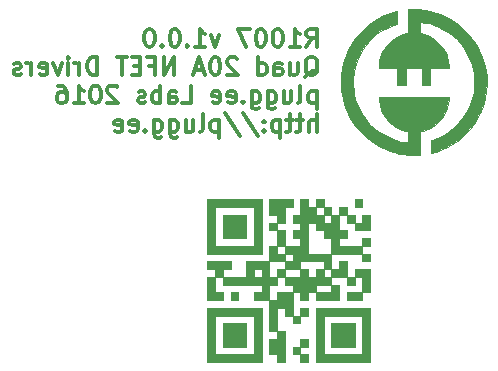
<source format=gbr>
G04 #@! TF.FileFunction,Legend,Bot*
%FSLAX46Y46*%
G04 Gerber Fmt 4.6, Leading zero omitted, Abs format (unit mm)*
G04 Created by KiCad (PCBNEW 4.0.2+e4-6225~38~ubuntu14.04.1-stable) date Fri 29 Jul 2016 12:50:15 AM PDT*
%MOMM*%
G01*
G04 APERTURE LIST*
%ADD10C,0.100000*%
%ADD11C,0.300000*%
%ADD12C,0.010000*%
G04 APERTURE END LIST*
D10*
D11*
X143485714Y-77878571D02*
X143985714Y-77164286D01*
X144342857Y-77878571D02*
X144342857Y-76378571D01*
X143771429Y-76378571D01*
X143628571Y-76450000D01*
X143557143Y-76521429D01*
X143485714Y-76664286D01*
X143485714Y-76878571D01*
X143557143Y-77021429D01*
X143628571Y-77092857D01*
X143771429Y-77164286D01*
X144342857Y-77164286D01*
X142057143Y-77878571D02*
X142914286Y-77878571D01*
X142485714Y-77878571D02*
X142485714Y-76378571D01*
X142628571Y-76592857D01*
X142771429Y-76735714D01*
X142914286Y-76807143D01*
X141128572Y-76378571D02*
X140985715Y-76378571D01*
X140842858Y-76450000D01*
X140771429Y-76521429D01*
X140700000Y-76664286D01*
X140628572Y-76950000D01*
X140628572Y-77307143D01*
X140700000Y-77592857D01*
X140771429Y-77735714D01*
X140842858Y-77807143D01*
X140985715Y-77878571D01*
X141128572Y-77878571D01*
X141271429Y-77807143D01*
X141342858Y-77735714D01*
X141414286Y-77592857D01*
X141485715Y-77307143D01*
X141485715Y-76950000D01*
X141414286Y-76664286D01*
X141342858Y-76521429D01*
X141271429Y-76450000D01*
X141128572Y-76378571D01*
X139700001Y-76378571D02*
X139557144Y-76378571D01*
X139414287Y-76450000D01*
X139342858Y-76521429D01*
X139271429Y-76664286D01*
X139200001Y-76950000D01*
X139200001Y-77307143D01*
X139271429Y-77592857D01*
X139342858Y-77735714D01*
X139414287Y-77807143D01*
X139557144Y-77878571D01*
X139700001Y-77878571D01*
X139842858Y-77807143D01*
X139914287Y-77735714D01*
X139985715Y-77592857D01*
X140057144Y-77307143D01*
X140057144Y-76950000D01*
X139985715Y-76664286D01*
X139914287Y-76521429D01*
X139842858Y-76450000D01*
X139700001Y-76378571D01*
X138700001Y-76378571D02*
X137700001Y-76378571D01*
X138342858Y-77878571D01*
X136128573Y-76878571D02*
X135771430Y-77878571D01*
X135414288Y-76878571D01*
X134057145Y-77878571D02*
X134914288Y-77878571D01*
X134485716Y-77878571D02*
X134485716Y-76378571D01*
X134628573Y-76592857D01*
X134771431Y-76735714D01*
X134914288Y-76807143D01*
X133414288Y-77735714D02*
X133342860Y-77807143D01*
X133414288Y-77878571D01*
X133485717Y-77807143D01*
X133414288Y-77735714D01*
X133414288Y-77878571D01*
X132414288Y-76378571D02*
X132271431Y-76378571D01*
X132128574Y-76450000D01*
X132057145Y-76521429D01*
X131985716Y-76664286D01*
X131914288Y-76950000D01*
X131914288Y-77307143D01*
X131985716Y-77592857D01*
X132057145Y-77735714D01*
X132128574Y-77807143D01*
X132271431Y-77878571D01*
X132414288Y-77878571D01*
X132557145Y-77807143D01*
X132628574Y-77735714D01*
X132700002Y-77592857D01*
X132771431Y-77307143D01*
X132771431Y-76950000D01*
X132700002Y-76664286D01*
X132628574Y-76521429D01*
X132557145Y-76450000D01*
X132414288Y-76378571D01*
X131271431Y-77735714D02*
X131200003Y-77807143D01*
X131271431Y-77878571D01*
X131342860Y-77807143D01*
X131271431Y-77735714D01*
X131271431Y-77878571D01*
X130271431Y-76378571D02*
X130128574Y-76378571D01*
X129985717Y-76450000D01*
X129914288Y-76521429D01*
X129842859Y-76664286D01*
X129771431Y-76950000D01*
X129771431Y-77307143D01*
X129842859Y-77592857D01*
X129914288Y-77735714D01*
X129985717Y-77807143D01*
X130128574Y-77878571D01*
X130271431Y-77878571D01*
X130414288Y-77807143D01*
X130485717Y-77735714D01*
X130557145Y-77592857D01*
X130628574Y-77307143D01*
X130628574Y-76950000D01*
X130557145Y-76664286D01*
X130485717Y-76521429D01*
X130414288Y-76450000D01*
X130271431Y-76378571D01*
X143342857Y-80421429D02*
X143485714Y-80350000D01*
X143628571Y-80207143D01*
X143842857Y-79992857D01*
X143985714Y-79921429D01*
X144128571Y-79921429D01*
X144057143Y-80278571D02*
X144200000Y-80207143D01*
X144342857Y-80064286D01*
X144414286Y-79778571D01*
X144414286Y-79278571D01*
X144342857Y-78992857D01*
X144200000Y-78850000D01*
X144057143Y-78778571D01*
X143771429Y-78778571D01*
X143628571Y-78850000D01*
X143485714Y-78992857D01*
X143414286Y-79278571D01*
X143414286Y-79778571D01*
X143485714Y-80064286D01*
X143628571Y-80207143D01*
X143771429Y-80278571D01*
X144057143Y-80278571D01*
X142128571Y-79278571D02*
X142128571Y-80278571D01*
X142771428Y-79278571D02*
X142771428Y-80064286D01*
X142700000Y-80207143D01*
X142557142Y-80278571D01*
X142342857Y-80278571D01*
X142200000Y-80207143D01*
X142128571Y-80135714D01*
X140771428Y-80278571D02*
X140771428Y-79492857D01*
X140842857Y-79350000D01*
X140985714Y-79278571D01*
X141271428Y-79278571D01*
X141414285Y-79350000D01*
X140771428Y-80207143D02*
X140914285Y-80278571D01*
X141271428Y-80278571D01*
X141414285Y-80207143D01*
X141485714Y-80064286D01*
X141485714Y-79921429D01*
X141414285Y-79778571D01*
X141271428Y-79707143D01*
X140914285Y-79707143D01*
X140771428Y-79635714D01*
X139414285Y-80278571D02*
X139414285Y-78778571D01*
X139414285Y-80207143D02*
X139557142Y-80278571D01*
X139842856Y-80278571D01*
X139985714Y-80207143D01*
X140057142Y-80135714D01*
X140128571Y-79992857D01*
X140128571Y-79564286D01*
X140057142Y-79421429D01*
X139985714Y-79350000D01*
X139842856Y-79278571D01*
X139557142Y-79278571D01*
X139414285Y-79350000D01*
X137628571Y-78921429D02*
X137557142Y-78850000D01*
X137414285Y-78778571D01*
X137057142Y-78778571D01*
X136914285Y-78850000D01*
X136842856Y-78921429D01*
X136771428Y-79064286D01*
X136771428Y-79207143D01*
X136842856Y-79421429D01*
X137699999Y-80278571D01*
X136771428Y-80278571D01*
X135842857Y-78778571D02*
X135700000Y-78778571D01*
X135557143Y-78850000D01*
X135485714Y-78921429D01*
X135414285Y-79064286D01*
X135342857Y-79350000D01*
X135342857Y-79707143D01*
X135414285Y-79992857D01*
X135485714Y-80135714D01*
X135557143Y-80207143D01*
X135700000Y-80278571D01*
X135842857Y-80278571D01*
X135985714Y-80207143D01*
X136057143Y-80135714D01*
X136128571Y-79992857D01*
X136200000Y-79707143D01*
X136200000Y-79350000D01*
X136128571Y-79064286D01*
X136057143Y-78921429D01*
X135985714Y-78850000D01*
X135842857Y-78778571D01*
X134771429Y-79850000D02*
X134057143Y-79850000D01*
X134914286Y-80278571D02*
X134414286Y-78778571D01*
X133914286Y-80278571D01*
X132271429Y-80278571D02*
X132271429Y-78778571D01*
X131414286Y-80278571D01*
X131414286Y-78778571D01*
X130200000Y-79492857D02*
X130700000Y-79492857D01*
X130700000Y-80278571D02*
X130700000Y-78778571D01*
X129985714Y-78778571D01*
X129414286Y-79492857D02*
X128914286Y-79492857D01*
X128700000Y-80278571D02*
X129414286Y-80278571D01*
X129414286Y-78778571D01*
X128700000Y-78778571D01*
X128271429Y-78778571D02*
X127414286Y-78778571D01*
X127842857Y-80278571D02*
X127842857Y-78778571D01*
X125771429Y-80278571D02*
X125771429Y-78778571D01*
X125414286Y-78778571D01*
X125200001Y-78850000D01*
X125057143Y-78992857D01*
X124985715Y-79135714D01*
X124914286Y-79421429D01*
X124914286Y-79635714D01*
X124985715Y-79921429D01*
X125057143Y-80064286D01*
X125200001Y-80207143D01*
X125414286Y-80278571D01*
X125771429Y-80278571D01*
X124271429Y-80278571D02*
X124271429Y-79278571D01*
X124271429Y-79564286D02*
X124200001Y-79421429D01*
X124128572Y-79350000D01*
X123985715Y-79278571D01*
X123842858Y-79278571D01*
X123342858Y-80278571D02*
X123342858Y-79278571D01*
X123342858Y-78778571D02*
X123414287Y-78850000D01*
X123342858Y-78921429D01*
X123271430Y-78850000D01*
X123342858Y-78778571D01*
X123342858Y-78921429D01*
X122771429Y-79278571D02*
X122414286Y-80278571D01*
X122057144Y-79278571D01*
X120914287Y-80207143D02*
X121057144Y-80278571D01*
X121342858Y-80278571D01*
X121485715Y-80207143D01*
X121557144Y-80064286D01*
X121557144Y-79492857D01*
X121485715Y-79350000D01*
X121342858Y-79278571D01*
X121057144Y-79278571D01*
X120914287Y-79350000D01*
X120842858Y-79492857D01*
X120842858Y-79635714D01*
X121557144Y-79778571D01*
X120200001Y-80278571D02*
X120200001Y-79278571D01*
X120200001Y-79564286D02*
X120128573Y-79421429D01*
X120057144Y-79350000D01*
X119914287Y-79278571D01*
X119771430Y-79278571D01*
X119342859Y-80207143D02*
X119200002Y-80278571D01*
X118914287Y-80278571D01*
X118771430Y-80207143D01*
X118700002Y-80064286D01*
X118700002Y-79992857D01*
X118771430Y-79850000D01*
X118914287Y-79778571D01*
X119128573Y-79778571D01*
X119271430Y-79707143D01*
X119342859Y-79564286D01*
X119342859Y-79492857D01*
X119271430Y-79350000D01*
X119128573Y-79278571D01*
X118914287Y-79278571D01*
X118771430Y-79350000D01*
X144342857Y-81678571D02*
X144342857Y-83178571D01*
X144342857Y-81750000D02*
X144200000Y-81678571D01*
X143914286Y-81678571D01*
X143771429Y-81750000D01*
X143700000Y-81821429D01*
X143628571Y-81964286D01*
X143628571Y-82392857D01*
X143700000Y-82535714D01*
X143771429Y-82607143D01*
X143914286Y-82678571D01*
X144200000Y-82678571D01*
X144342857Y-82607143D01*
X142771428Y-82678571D02*
X142914286Y-82607143D01*
X142985714Y-82464286D01*
X142985714Y-81178571D01*
X141557143Y-81678571D02*
X141557143Y-82678571D01*
X142200000Y-81678571D02*
X142200000Y-82464286D01*
X142128572Y-82607143D01*
X141985714Y-82678571D01*
X141771429Y-82678571D01*
X141628572Y-82607143D01*
X141557143Y-82535714D01*
X140200000Y-81678571D02*
X140200000Y-82892857D01*
X140271429Y-83035714D01*
X140342857Y-83107143D01*
X140485714Y-83178571D01*
X140700000Y-83178571D01*
X140842857Y-83107143D01*
X140200000Y-82607143D02*
X140342857Y-82678571D01*
X140628571Y-82678571D01*
X140771429Y-82607143D01*
X140842857Y-82535714D01*
X140914286Y-82392857D01*
X140914286Y-81964286D01*
X140842857Y-81821429D01*
X140771429Y-81750000D01*
X140628571Y-81678571D01*
X140342857Y-81678571D01*
X140200000Y-81750000D01*
X138842857Y-81678571D02*
X138842857Y-82892857D01*
X138914286Y-83035714D01*
X138985714Y-83107143D01*
X139128571Y-83178571D01*
X139342857Y-83178571D01*
X139485714Y-83107143D01*
X138842857Y-82607143D02*
X138985714Y-82678571D01*
X139271428Y-82678571D01*
X139414286Y-82607143D01*
X139485714Y-82535714D01*
X139557143Y-82392857D01*
X139557143Y-81964286D01*
X139485714Y-81821429D01*
X139414286Y-81750000D01*
X139271428Y-81678571D01*
X138985714Y-81678571D01*
X138842857Y-81750000D01*
X138128571Y-82535714D02*
X138057143Y-82607143D01*
X138128571Y-82678571D01*
X138200000Y-82607143D01*
X138128571Y-82535714D01*
X138128571Y-82678571D01*
X136842857Y-82607143D02*
X136985714Y-82678571D01*
X137271428Y-82678571D01*
X137414285Y-82607143D01*
X137485714Y-82464286D01*
X137485714Y-81892857D01*
X137414285Y-81750000D01*
X137271428Y-81678571D01*
X136985714Y-81678571D01*
X136842857Y-81750000D01*
X136771428Y-81892857D01*
X136771428Y-82035714D01*
X137485714Y-82178571D01*
X135557143Y-82607143D02*
X135700000Y-82678571D01*
X135985714Y-82678571D01*
X136128571Y-82607143D01*
X136200000Y-82464286D01*
X136200000Y-81892857D01*
X136128571Y-81750000D01*
X135985714Y-81678571D01*
X135700000Y-81678571D01*
X135557143Y-81750000D01*
X135485714Y-81892857D01*
X135485714Y-82035714D01*
X136200000Y-82178571D01*
X132985714Y-82678571D02*
X133700000Y-82678571D01*
X133700000Y-81178571D01*
X131842857Y-82678571D02*
X131842857Y-81892857D01*
X131914286Y-81750000D01*
X132057143Y-81678571D01*
X132342857Y-81678571D01*
X132485714Y-81750000D01*
X131842857Y-82607143D02*
X131985714Y-82678571D01*
X132342857Y-82678571D01*
X132485714Y-82607143D01*
X132557143Y-82464286D01*
X132557143Y-82321429D01*
X132485714Y-82178571D01*
X132342857Y-82107143D01*
X131985714Y-82107143D01*
X131842857Y-82035714D01*
X131128571Y-82678571D02*
X131128571Y-81178571D01*
X131128571Y-81750000D02*
X130985714Y-81678571D01*
X130700000Y-81678571D01*
X130557143Y-81750000D01*
X130485714Y-81821429D01*
X130414285Y-81964286D01*
X130414285Y-82392857D01*
X130485714Y-82535714D01*
X130557143Y-82607143D01*
X130700000Y-82678571D01*
X130985714Y-82678571D01*
X131128571Y-82607143D01*
X129842857Y-82607143D02*
X129700000Y-82678571D01*
X129414285Y-82678571D01*
X129271428Y-82607143D01*
X129200000Y-82464286D01*
X129200000Y-82392857D01*
X129271428Y-82250000D01*
X129414285Y-82178571D01*
X129628571Y-82178571D01*
X129771428Y-82107143D01*
X129842857Y-81964286D01*
X129842857Y-81892857D01*
X129771428Y-81750000D01*
X129628571Y-81678571D01*
X129414285Y-81678571D01*
X129271428Y-81750000D01*
X127485714Y-81321429D02*
X127414285Y-81250000D01*
X127271428Y-81178571D01*
X126914285Y-81178571D01*
X126771428Y-81250000D01*
X126699999Y-81321429D01*
X126628571Y-81464286D01*
X126628571Y-81607143D01*
X126699999Y-81821429D01*
X127557142Y-82678571D01*
X126628571Y-82678571D01*
X125700000Y-81178571D02*
X125557143Y-81178571D01*
X125414286Y-81250000D01*
X125342857Y-81321429D01*
X125271428Y-81464286D01*
X125200000Y-81750000D01*
X125200000Y-82107143D01*
X125271428Y-82392857D01*
X125342857Y-82535714D01*
X125414286Y-82607143D01*
X125557143Y-82678571D01*
X125700000Y-82678571D01*
X125842857Y-82607143D01*
X125914286Y-82535714D01*
X125985714Y-82392857D01*
X126057143Y-82107143D01*
X126057143Y-81750000D01*
X125985714Y-81464286D01*
X125914286Y-81321429D01*
X125842857Y-81250000D01*
X125700000Y-81178571D01*
X123771429Y-82678571D02*
X124628572Y-82678571D01*
X124200000Y-82678571D02*
X124200000Y-81178571D01*
X124342857Y-81392857D01*
X124485715Y-81535714D01*
X124628572Y-81607143D01*
X122485715Y-81178571D02*
X122771429Y-81178571D01*
X122914286Y-81250000D01*
X122985715Y-81321429D01*
X123128572Y-81535714D01*
X123200001Y-81821429D01*
X123200001Y-82392857D01*
X123128572Y-82535714D01*
X123057144Y-82607143D01*
X122914286Y-82678571D01*
X122628572Y-82678571D01*
X122485715Y-82607143D01*
X122414286Y-82535714D01*
X122342858Y-82392857D01*
X122342858Y-82035714D01*
X122414286Y-81892857D01*
X122485715Y-81821429D01*
X122628572Y-81750000D01*
X122914286Y-81750000D01*
X123057144Y-81821429D01*
X123128572Y-81892857D01*
X123200001Y-82035714D01*
X144342857Y-85078571D02*
X144342857Y-83578571D01*
X143700000Y-85078571D02*
X143700000Y-84292857D01*
X143771429Y-84150000D01*
X143914286Y-84078571D01*
X144128571Y-84078571D01*
X144271429Y-84150000D01*
X144342857Y-84221429D01*
X143200000Y-84078571D02*
X142628571Y-84078571D01*
X142985714Y-83578571D02*
X142985714Y-84864286D01*
X142914286Y-85007143D01*
X142771428Y-85078571D01*
X142628571Y-85078571D01*
X142342857Y-84078571D02*
X141771428Y-84078571D01*
X142128571Y-83578571D02*
X142128571Y-84864286D01*
X142057143Y-85007143D01*
X141914285Y-85078571D01*
X141771428Y-85078571D01*
X141271428Y-84078571D02*
X141271428Y-85578571D01*
X141271428Y-84150000D02*
X141128571Y-84078571D01*
X140842857Y-84078571D01*
X140700000Y-84150000D01*
X140628571Y-84221429D01*
X140557142Y-84364286D01*
X140557142Y-84792857D01*
X140628571Y-84935714D01*
X140700000Y-85007143D01*
X140842857Y-85078571D01*
X141128571Y-85078571D01*
X141271428Y-85007143D01*
X139914285Y-84935714D02*
X139842857Y-85007143D01*
X139914285Y-85078571D01*
X139985714Y-85007143D01*
X139914285Y-84935714D01*
X139914285Y-85078571D01*
X139914285Y-84150000D02*
X139842857Y-84221429D01*
X139914285Y-84292857D01*
X139985714Y-84221429D01*
X139914285Y-84150000D01*
X139914285Y-84292857D01*
X138128571Y-83507143D02*
X139414285Y-85435714D01*
X136557142Y-83507143D02*
X137842856Y-85435714D01*
X136057141Y-84078571D02*
X136057141Y-85578571D01*
X136057141Y-84150000D02*
X135914284Y-84078571D01*
X135628570Y-84078571D01*
X135485713Y-84150000D01*
X135414284Y-84221429D01*
X135342855Y-84364286D01*
X135342855Y-84792857D01*
X135414284Y-84935714D01*
X135485713Y-85007143D01*
X135628570Y-85078571D01*
X135914284Y-85078571D01*
X136057141Y-85007143D01*
X134485712Y-85078571D02*
X134628570Y-85007143D01*
X134699998Y-84864286D01*
X134699998Y-83578571D01*
X133271427Y-84078571D02*
X133271427Y-85078571D01*
X133914284Y-84078571D02*
X133914284Y-84864286D01*
X133842856Y-85007143D01*
X133699998Y-85078571D01*
X133485713Y-85078571D01*
X133342856Y-85007143D01*
X133271427Y-84935714D01*
X131914284Y-84078571D02*
X131914284Y-85292857D01*
X131985713Y-85435714D01*
X132057141Y-85507143D01*
X132199998Y-85578571D01*
X132414284Y-85578571D01*
X132557141Y-85507143D01*
X131914284Y-85007143D02*
X132057141Y-85078571D01*
X132342855Y-85078571D01*
X132485713Y-85007143D01*
X132557141Y-84935714D01*
X132628570Y-84792857D01*
X132628570Y-84364286D01*
X132557141Y-84221429D01*
X132485713Y-84150000D01*
X132342855Y-84078571D01*
X132057141Y-84078571D01*
X131914284Y-84150000D01*
X130557141Y-84078571D02*
X130557141Y-85292857D01*
X130628570Y-85435714D01*
X130699998Y-85507143D01*
X130842855Y-85578571D01*
X131057141Y-85578571D01*
X131199998Y-85507143D01*
X130557141Y-85007143D02*
X130699998Y-85078571D01*
X130985712Y-85078571D01*
X131128570Y-85007143D01*
X131199998Y-84935714D01*
X131271427Y-84792857D01*
X131271427Y-84364286D01*
X131199998Y-84221429D01*
X131128570Y-84150000D01*
X130985712Y-84078571D01*
X130699998Y-84078571D01*
X130557141Y-84150000D01*
X129842855Y-84935714D02*
X129771427Y-85007143D01*
X129842855Y-85078571D01*
X129914284Y-85007143D01*
X129842855Y-84935714D01*
X129842855Y-85078571D01*
X128557141Y-85007143D02*
X128699998Y-85078571D01*
X128985712Y-85078571D01*
X129128569Y-85007143D01*
X129199998Y-84864286D01*
X129199998Y-84292857D01*
X129128569Y-84150000D01*
X128985712Y-84078571D01*
X128699998Y-84078571D01*
X128557141Y-84150000D01*
X128485712Y-84292857D01*
X128485712Y-84435714D01*
X129199998Y-84578571D01*
X127271427Y-85007143D02*
X127414284Y-85078571D01*
X127699998Y-85078571D01*
X127842855Y-85007143D01*
X127914284Y-84864286D01*
X127914284Y-84292857D01*
X127842855Y-84150000D01*
X127699998Y-84078571D01*
X127414284Y-84078571D01*
X127271427Y-84150000D01*
X127199998Y-84292857D01*
X127199998Y-84435714D01*
X127914284Y-84578571D01*
D12*
G36*
X154113853Y-86869638D02*
X154275154Y-86828180D01*
X154477877Y-86763566D01*
X154704988Y-86682105D01*
X154939449Y-86590106D01*
X155164227Y-86493878D01*
X155302081Y-86429620D01*
X155853760Y-86126006D01*
X156366624Y-85771168D01*
X156837687Y-85368508D01*
X157263962Y-84921427D01*
X157642463Y-84433324D01*
X157970204Y-83907601D01*
X158244197Y-83347658D01*
X158423251Y-82875655D01*
X158593985Y-82265050D01*
X158701482Y-81655397D01*
X158747902Y-81050079D01*
X158735402Y-80452484D01*
X158666142Y-79865997D01*
X158542281Y-79294003D01*
X158365977Y-78739888D01*
X158139389Y-78207037D01*
X157864676Y-77698836D01*
X157543996Y-77218670D01*
X157179509Y-76769925D01*
X156773372Y-76355987D01*
X156327746Y-75980241D01*
X155844788Y-75646072D01*
X155326658Y-75356866D01*
X154775514Y-75116009D01*
X154193515Y-74926886D01*
X153582819Y-74792882D01*
X153238273Y-74744219D01*
X153085140Y-74730823D01*
X152892387Y-74719909D01*
X152685848Y-74712681D01*
X152509987Y-74710321D01*
X152076289Y-74710052D01*
X152076289Y-76739433D01*
X152002642Y-76739726D01*
X151914861Y-76753593D01*
X151783965Y-76790781D01*
X151625425Y-76845399D01*
X151454710Y-76911556D01*
X151287291Y-76983362D01*
X151138637Y-77054926D01*
X151057654Y-77099560D01*
X150869292Y-77228664D01*
X150665361Y-77397170D01*
X150463634Y-77588142D01*
X150281888Y-77784645D01*
X150137897Y-77969746D01*
X150126332Y-77986866D01*
X149911229Y-78367887D01*
X149755488Y-78775122D01*
X149658473Y-79210416D01*
X149633959Y-79414248D01*
X149612363Y-79652578D01*
X151192526Y-79652578D01*
X151192526Y-81158248D01*
X151912629Y-81158248D01*
X151912629Y-79652578D01*
X153254639Y-79652578D01*
X153254639Y-81158248D01*
X153942011Y-81158248D01*
X153942011Y-79652578D01*
X155545877Y-79652578D01*
X155545877Y-79542304D01*
X155536449Y-79408747D01*
X155510955Y-79234032D01*
X155473577Y-79039252D01*
X155428496Y-78845503D01*
X155379895Y-78673879D01*
X155364630Y-78628073D01*
X155206514Y-78266081D01*
X154991364Y-77925388D01*
X154732146Y-77617354D01*
X154415342Y-77324169D01*
X154073599Y-77084346D01*
X153713357Y-76901660D01*
X153341058Y-76779885D01*
X153279188Y-76765965D01*
X153090980Y-76726336D01*
X153090980Y-75759111D01*
X153180993Y-75773779D01*
X153551181Y-75840306D01*
X153872721Y-75912849D01*
X154162419Y-75996462D01*
X154437083Y-76096195D01*
X154713521Y-76217100D01*
X154809408Y-76263195D01*
X155323336Y-76550375D01*
X155793576Y-76885569D01*
X156218332Y-77266491D01*
X156595807Y-77690850D01*
X156924205Y-78156357D01*
X157201731Y-78660723D01*
X157426587Y-79201659D01*
X157596978Y-79776876D01*
X157610125Y-79832604D01*
X157640472Y-79987556D01*
X157663466Y-80162910D01*
X157680385Y-80372085D01*
X157692508Y-80628500D01*
X157695880Y-80732732D01*
X157701563Y-80967371D01*
X157702530Y-81153748D01*
X157697913Y-81308952D01*
X157686842Y-81450072D01*
X157668447Y-81594196D01*
X157644465Y-81743211D01*
X157515236Y-82309979D01*
X157326601Y-82851948D01*
X157081014Y-83365383D01*
X156780928Y-83846547D01*
X156428797Y-84291706D01*
X156027077Y-84697124D01*
X155578220Y-85059065D01*
X155374799Y-85198149D01*
X155106686Y-85359399D01*
X154817100Y-85511076D01*
X154528834Y-85642090D01*
X154264683Y-85741354D01*
X154245369Y-85747562D01*
X154008649Y-85822552D01*
X154007475Y-86891542D01*
X154113853Y-86869638D01*
X154113853Y-86869638D01*
G37*
X154113853Y-86869638D02*
X154275154Y-86828180D01*
X154477877Y-86763566D01*
X154704988Y-86682105D01*
X154939449Y-86590106D01*
X155164227Y-86493878D01*
X155302081Y-86429620D01*
X155853760Y-86126006D01*
X156366624Y-85771168D01*
X156837687Y-85368508D01*
X157263962Y-84921427D01*
X157642463Y-84433324D01*
X157970204Y-83907601D01*
X158244197Y-83347658D01*
X158423251Y-82875655D01*
X158593985Y-82265050D01*
X158701482Y-81655397D01*
X158747902Y-81050079D01*
X158735402Y-80452484D01*
X158666142Y-79865997D01*
X158542281Y-79294003D01*
X158365977Y-78739888D01*
X158139389Y-78207037D01*
X157864676Y-77698836D01*
X157543996Y-77218670D01*
X157179509Y-76769925D01*
X156773372Y-76355987D01*
X156327746Y-75980241D01*
X155844788Y-75646072D01*
X155326658Y-75356866D01*
X154775514Y-75116009D01*
X154193515Y-74926886D01*
X153582819Y-74792882D01*
X153238273Y-74744219D01*
X153085140Y-74730823D01*
X152892387Y-74719909D01*
X152685848Y-74712681D01*
X152509987Y-74710321D01*
X152076289Y-74710052D01*
X152076289Y-76739433D01*
X152002642Y-76739726D01*
X151914861Y-76753593D01*
X151783965Y-76790781D01*
X151625425Y-76845399D01*
X151454710Y-76911556D01*
X151287291Y-76983362D01*
X151138637Y-77054926D01*
X151057654Y-77099560D01*
X150869292Y-77228664D01*
X150665361Y-77397170D01*
X150463634Y-77588142D01*
X150281888Y-77784645D01*
X150137897Y-77969746D01*
X150126332Y-77986866D01*
X149911229Y-78367887D01*
X149755488Y-78775122D01*
X149658473Y-79210416D01*
X149633959Y-79414248D01*
X149612363Y-79652578D01*
X151192526Y-79652578D01*
X151192526Y-81158248D01*
X151912629Y-81158248D01*
X151912629Y-79652578D01*
X153254639Y-79652578D01*
X153254639Y-81158248D01*
X153942011Y-81158248D01*
X153942011Y-79652578D01*
X155545877Y-79652578D01*
X155545877Y-79542304D01*
X155536449Y-79408747D01*
X155510955Y-79234032D01*
X155473577Y-79039252D01*
X155428496Y-78845503D01*
X155379895Y-78673879D01*
X155364630Y-78628073D01*
X155206514Y-78266081D01*
X154991364Y-77925388D01*
X154732146Y-77617354D01*
X154415342Y-77324169D01*
X154073599Y-77084346D01*
X153713357Y-76901660D01*
X153341058Y-76779885D01*
X153279188Y-76765965D01*
X153090980Y-76726336D01*
X153090980Y-75759111D01*
X153180993Y-75773779D01*
X153551181Y-75840306D01*
X153872721Y-75912849D01*
X154162419Y-75996462D01*
X154437083Y-76096195D01*
X154713521Y-76217100D01*
X154809408Y-76263195D01*
X155323336Y-76550375D01*
X155793576Y-76885569D01*
X156218332Y-77266491D01*
X156595807Y-77690850D01*
X156924205Y-78156357D01*
X157201731Y-78660723D01*
X157426587Y-79201659D01*
X157596978Y-79776876D01*
X157610125Y-79832604D01*
X157640472Y-79987556D01*
X157663466Y-80162910D01*
X157680385Y-80372085D01*
X157692508Y-80628500D01*
X157695880Y-80732732D01*
X157701563Y-80967371D01*
X157702530Y-81153748D01*
X157697913Y-81308952D01*
X157686842Y-81450072D01*
X157668447Y-81594196D01*
X157644465Y-81743211D01*
X157515236Y-82309979D01*
X157326601Y-82851948D01*
X157081014Y-83365383D01*
X156780928Y-83846547D01*
X156428797Y-84291706D01*
X156027077Y-84697124D01*
X155578220Y-85059065D01*
X155374799Y-85198149D01*
X155106686Y-85359399D01*
X154817100Y-85511076D01*
X154528834Y-85642090D01*
X154264683Y-85741354D01*
X154245369Y-85747562D01*
X154008649Y-85822552D01*
X154007475Y-86891542D01*
X154113853Y-86869638D01*
G36*
X153098683Y-86052310D02*
X153107346Y-85045887D01*
X153342311Y-84986228D01*
X153744530Y-84851379D01*
X154117037Y-84661253D01*
X154455661Y-84420849D01*
X154756232Y-84135165D01*
X155014580Y-83809200D01*
X155226535Y-83447952D01*
X155387928Y-83056420D01*
X155494588Y-82639602D01*
X155532266Y-82361147D01*
X155554906Y-82107475D01*
X149612939Y-82107475D01*
X149636098Y-82372964D01*
X149704541Y-82799902D01*
X149830966Y-83205648D01*
X150011064Y-83585060D01*
X150240526Y-83932993D01*
X150515046Y-84244305D01*
X150830315Y-84513853D01*
X151182025Y-84736492D01*
X151565868Y-84907081D01*
X151824958Y-84986201D01*
X152059923Y-85045832D01*
X152068999Y-85527399D01*
X152078076Y-86008967D01*
X151905339Y-85986804D01*
X151500820Y-85913926D01*
X151077617Y-85799690D01*
X150660440Y-85651752D01*
X150292397Y-85487060D01*
X149787362Y-85197767D01*
X149323371Y-84858961D01*
X148903110Y-84474180D01*
X148529266Y-84046960D01*
X148204523Y-83580836D01*
X147931568Y-83079346D01*
X147713086Y-82546025D01*
X147551764Y-81984411D01*
X147520018Y-81836708D01*
X147474257Y-81532266D01*
X147448001Y-81187289D01*
X147441250Y-80823736D01*
X147454006Y-80463563D01*
X147486266Y-80128725D01*
X147520018Y-79923345D01*
X147666101Y-79355827D01*
X147870746Y-78813079D01*
X148131490Y-78299549D01*
X148445873Y-77819683D01*
X148811433Y-77377931D01*
X149074617Y-77113996D01*
X149388586Y-76849311D01*
X149743522Y-76598242D01*
X150121710Y-76371307D01*
X150505433Y-76179023D01*
X150876976Y-76031908D01*
X150922487Y-76016960D01*
X151159794Y-75940981D01*
X151159794Y-75407346D01*
X151159249Y-75205283D01*
X151156359Y-75060172D01*
X151149242Y-74963504D01*
X151136013Y-74906772D01*
X151114790Y-74881464D01*
X151083690Y-74879071D01*
X151045232Y-74889632D01*
X151002795Y-74903338D01*
X150911458Y-74932707D01*
X150784661Y-74973418D01*
X150636083Y-75021079D01*
X150054997Y-75240989D01*
X149505587Y-75516195D01*
X148990831Y-75843151D01*
X148513709Y-76218314D01*
X148077199Y-76638141D01*
X147684280Y-77099088D01*
X147337931Y-77597610D01*
X147041131Y-78130163D01*
X146796858Y-78693205D01*
X146608091Y-79283190D01*
X146477809Y-79896576D01*
X146464409Y-79984098D01*
X146437829Y-80229619D01*
X146421282Y-80519287D01*
X146414770Y-80832560D01*
X146418291Y-81148897D01*
X146431845Y-81447753D01*
X146455434Y-81708586D01*
X146464409Y-81775954D01*
X146586750Y-82394564D01*
X146768066Y-82988873D01*
X147005378Y-83555724D01*
X147295706Y-84091962D01*
X147636070Y-84594429D01*
X148023491Y-85059970D01*
X148454989Y-85485429D01*
X148927583Y-85867649D01*
X149438295Y-86203473D01*
X149984146Y-86489747D01*
X150562154Y-86723312D01*
X151169340Y-86901014D01*
X151338752Y-86939186D01*
X151499289Y-86970624D01*
X151652883Y-86994459D01*
X151814994Y-87012153D01*
X152001082Y-87025166D01*
X152226607Y-87034959D01*
X152411312Y-87040550D01*
X153090021Y-87058732D01*
X153098683Y-86052310D01*
X153098683Y-86052310D01*
G37*
X153098683Y-86052310D02*
X153107346Y-85045887D01*
X153342311Y-84986228D01*
X153744530Y-84851379D01*
X154117037Y-84661253D01*
X154455661Y-84420849D01*
X154756232Y-84135165D01*
X155014580Y-83809200D01*
X155226535Y-83447952D01*
X155387928Y-83056420D01*
X155494588Y-82639602D01*
X155532266Y-82361147D01*
X155554906Y-82107475D01*
X149612939Y-82107475D01*
X149636098Y-82372964D01*
X149704541Y-82799902D01*
X149830966Y-83205648D01*
X150011064Y-83585060D01*
X150240526Y-83932993D01*
X150515046Y-84244305D01*
X150830315Y-84513853D01*
X151182025Y-84736492D01*
X151565868Y-84907081D01*
X151824958Y-84986201D01*
X152059923Y-85045832D01*
X152068999Y-85527399D01*
X152078076Y-86008967D01*
X151905339Y-85986804D01*
X151500820Y-85913926D01*
X151077617Y-85799690D01*
X150660440Y-85651752D01*
X150292397Y-85487060D01*
X149787362Y-85197767D01*
X149323371Y-84858961D01*
X148903110Y-84474180D01*
X148529266Y-84046960D01*
X148204523Y-83580836D01*
X147931568Y-83079346D01*
X147713086Y-82546025D01*
X147551764Y-81984411D01*
X147520018Y-81836708D01*
X147474257Y-81532266D01*
X147448001Y-81187289D01*
X147441250Y-80823736D01*
X147454006Y-80463563D01*
X147486266Y-80128725D01*
X147520018Y-79923345D01*
X147666101Y-79355827D01*
X147870746Y-78813079D01*
X148131490Y-78299549D01*
X148445873Y-77819683D01*
X148811433Y-77377931D01*
X149074617Y-77113996D01*
X149388586Y-76849311D01*
X149743522Y-76598242D01*
X150121710Y-76371307D01*
X150505433Y-76179023D01*
X150876976Y-76031908D01*
X150922487Y-76016960D01*
X151159794Y-75940981D01*
X151159794Y-75407346D01*
X151159249Y-75205283D01*
X151156359Y-75060172D01*
X151149242Y-74963504D01*
X151136013Y-74906772D01*
X151114790Y-74881464D01*
X151083690Y-74879071D01*
X151045232Y-74889632D01*
X151002795Y-74903338D01*
X150911458Y-74932707D01*
X150784661Y-74973418D01*
X150636083Y-75021079D01*
X150054997Y-75240989D01*
X149505587Y-75516195D01*
X148990831Y-75843151D01*
X148513709Y-76218314D01*
X148077199Y-76638141D01*
X147684280Y-77099088D01*
X147337931Y-77597610D01*
X147041131Y-78130163D01*
X146796858Y-78693205D01*
X146608091Y-79283190D01*
X146477809Y-79896576D01*
X146464409Y-79984098D01*
X146437829Y-80229619D01*
X146421282Y-80519287D01*
X146414770Y-80832560D01*
X146418291Y-81148897D01*
X146431845Y-81447753D01*
X146455434Y-81708586D01*
X146464409Y-81775954D01*
X146586750Y-82394564D01*
X146768066Y-82988873D01*
X147005378Y-83555724D01*
X147295706Y-84091962D01*
X147636070Y-84594429D01*
X148023491Y-85059970D01*
X148454989Y-85485429D01*
X148927583Y-85867649D01*
X149438295Y-86203473D01*
X149984146Y-86489747D01*
X150562154Y-86723312D01*
X151169340Y-86901014D01*
X151338752Y-86939186D01*
X151499289Y-86970624D01*
X151652883Y-86994459D01*
X151814994Y-87012153D01*
X152001082Y-87025166D01*
X152226607Y-87034959D01*
X152411312Y-87040550D01*
X153090021Y-87058732D01*
X153098683Y-86052310D01*
G36*
X139702843Y-90808527D02*
X135108527Y-90808527D01*
X135108527Y-94746511D01*
X135764858Y-94746511D01*
X135764858Y-91464858D01*
X139046512Y-91464858D01*
X139046512Y-94746511D01*
X135764858Y-94746511D01*
X135108527Y-94746511D01*
X135108527Y-95402842D01*
X139702843Y-95402842D01*
X139702843Y-90808527D01*
X139702843Y-90808527D01*
G37*
X139702843Y-90808527D02*
X135108527Y-90808527D01*
X135108527Y-94746511D01*
X135764858Y-94746511D01*
X135764858Y-91464858D01*
X139046512Y-91464858D01*
X139046512Y-94746511D01*
X135764858Y-94746511D01*
X135108527Y-94746511D01*
X135108527Y-95402842D01*
X139702843Y-95402842D01*
X139702843Y-90808527D01*
G36*
X141671835Y-91464858D02*
X142328166Y-91464858D01*
X142328166Y-90808527D01*
X140359173Y-90808527D01*
X140359173Y-92121188D01*
X141015504Y-92121188D01*
X141015504Y-92777519D01*
X141671835Y-92777519D01*
X141671835Y-91464858D01*
X141671835Y-91464858D01*
G37*
X141671835Y-91464858D02*
X142328166Y-91464858D01*
X142328166Y-90808527D01*
X140359173Y-90808527D01*
X140359173Y-92121188D01*
X141015504Y-92121188D01*
X141015504Y-92777519D01*
X141671835Y-92777519D01*
X141671835Y-91464858D01*
G36*
X146922481Y-91464858D02*
X146266150Y-91464858D01*
X146266150Y-92121188D01*
X146922481Y-92121188D01*
X146922481Y-91464858D01*
X146922481Y-91464858D01*
G37*
X146922481Y-91464858D02*
X146266150Y-91464858D01*
X146266150Y-92121188D01*
X146922481Y-92121188D01*
X146922481Y-91464858D01*
G36*
X147578812Y-93433850D02*
X148891473Y-93433850D01*
X148891473Y-92121188D01*
X148235142Y-92121188D01*
X148235142Y-92777519D01*
X147578812Y-92777519D01*
X147578812Y-93433850D01*
X147578812Y-93433850D01*
G37*
X147578812Y-93433850D02*
X148891473Y-93433850D01*
X148891473Y-92121188D01*
X148235142Y-92121188D01*
X148235142Y-92777519D01*
X147578812Y-92777519D01*
X147578812Y-93433850D01*
G36*
X141015504Y-92777519D02*
X140359173Y-92777519D01*
X140359173Y-93433850D01*
X141015504Y-93433850D01*
X141015504Y-92777519D01*
X141015504Y-92777519D01*
G37*
X141015504Y-92777519D02*
X140359173Y-92777519D01*
X140359173Y-93433850D01*
X141015504Y-93433850D01*
X141015504Y-92777519D01*
G36*
X148891473Y-94090181D02*
X148235142Y-94090181D01*
X148235142Y-94746511D01*
X148891473Y-94746511D01*
X148891473Y-94090181D01*
X148891473Y-94090181D01*
G37*
X148891473Y-94090181D02*
X148235142Y-94090181D01*
X148235142Y-94746511D01*
X148891473Y-94746511D01*
X148891473Y-94090181D01*
G36*
X148891473Y-95402842D02*
X148235142Y-95402842D01*
X148235142Y-96059173D01*
X148891473Y-96059173D01*
X148891473Y-95402842D01*
X148891473Y-95402842D01*
G37*
X148891473Y-95402842D02*
X148235142Y-95402842D01*
X148235142Y-96059173D01*
X148891473Y-96059173D01*
X148891473Y-95402842D01*
G36*
X148891473Y-96715504D02*
X147578812Y-96715504D01*
X147578812Y-97371834D01*
X148235142Y-97371834D01*
X148235142Y-98684496D01*
X148891473Y-98684496D01*
X148891473Y-96715504D01*
X148891473Y-96715504D01*
G37*
X148891473Y-96715504D02*
X147578812Y-96715504D01*
X147578812Y-97371834D01*
X148235142Y-97371834D01*
X148235142Y-98684496D01*
X148891473Y-98684496D01*
X148891473Y-96715504D01*
G36*
X136421189Y-98684496D02*
X135764858Y-98684496D01*
X135764858Y-97371834D01*
X135108527Y-97371834D01*
X135108527Y-99340827D01*
X136421189Y-99340827D01*
X136421189Y-98684496D01*
X136421189Y-98684496D01*
G37*
X136421189Y-98684496D02*
X135764858Y-98684496D01*
X135764858Y-97371834D01*
X135108527Y-97371834D01*
X135108527Y-99340827D01*
X136421189Y-99340827D01*
X136421189Y-98684496D01*
G36*
X147578812Y-97371834D02*
X146922481Y-97371834D01*
X146922481Y-98028165D01*
X147578812Y-98028165D01*
X147578812Y-97371834D01*
X147578812Y-97371834D01*
G37*
X147578812Y-97371834D02*
X146922481Y-97371834D01*
X146922481Y-98028165D01*
X147578812Y-98028165D01*
X147578812Y-97371834D01*
G36*
X148235142Y-98684496D02*
X146922481Y-98684496D01*
X146922481Y-99340827D01*
X148235142Y-99340827D01*
X148235142Y-98684496D01*
X148235142Y-98684496D01*
G37*
X148235142Y-98684496D02*
X146922481Y-98684496D01*
X146922481Y-99340827D01*
X148235142Y-99340827D01*
X148235142Y-98684496D01*
G36*
X143640827Y-99997157D02*
X142984496Y-99997157D01*
X142984496Y-100653488D01*
X143640827Y-100653488D01*
X143640827Y-99997157D01*
X143640827Y-99997157D01*
G37*
X143640827Y-99997157D02*
X142984496Y-99997157D01*
X142984496Y-100653488D01*
X143640827Y-100653488D01*
X143640827Y-99997157D01*
G36*
X142984496Y-100653488D02*
X142328166Y-100653488D01*
X142328166Y-101309819D01*
X142984496Y-101309819D01*
X142984496Y-100653488D01*
X142984496Y-100653488D01*
G37*
X142984496Y-100653488D02*
X142328166Y-100653488D01*
X142328166Y-101309819D01*
X142984496Y-101309819D01*
X142984496Y-100653488D01*
G36*
X141671835Y-101966150D02*
X141015504Y-101966150D01*
X141015504Y-102622480D01*
X140359173Y-102622480D01*
X140359173Y-103935142D01*
X141015504Y-103935142D01*
X141015504Y-104591473D01*
X141671835Y-104591473D01*
X141671835Y-101966150D01*
X141671835Y-101966150D01*
G37*
X141671835Y-101966150D02*
X141015504Y-101966150D01*
X141015504Y-102622480D01*
X140359173Y-102622480D01*
X140359173Y-103935142D01*
X141015504Y-103935142D01*
X141015504Y-104591473D01*
X141671835Y-104591473D01*
X141671835Y-101966150D01*
G36*
X136421189Y-96715504D02*
X137077520Y-96715504D01*
X137077520Y-96059173D01*
X135108527Y-96059173D01*
X135108527Y-96715504D01*
X135764858Y-96715504D01*
X135764858Y-97371834D01*
X136421189Y-97371834D01*
X136421189Y-96715504D01*
X136421189Y-96715504D01*
G37*
X136421189Y-96715504D02*
X137077520Y-96715504D01*
X137077520Y-96059173D01*
X135108527Y-96059173D01*
X135108527Y-96715504D01*
X135764858Y-96715504D01*
X135764858Y-97371834D01*
X136421189Y-97371834D01*
X136421189Y-96715504D01*
G36*
X147578812Y-92121188D02*
X146922481Y-92121188D01*
X146922481Y-92777519D01*
X147578812Y-92777519D01*
X147578812Y-92121188D01*
X147578812Y-92121188D01*
G37*
X147578812Y-92121188D02*
X146922481Y-92121188D01*
X146922481Y-92777519D01*
X147578812Y-92777519D01*
X147578812Y-92121188D01*
G36*
X148235142Y-95402842D02*
X148235142Y-94746511D01*
X146266150Y-94746511D01*
X146266150Y-94090181D01*
X146922481Y-94090181D01*
X146922481Y-93433850D01*
X146266150Y-93433850D01*
X146266150Y-92121188D01*
X145609819Y-92121188D01*
X145609819Y-91464858D01*
X144953489Y-91464858D01*
X144953489Y-90808527D01*
X144297158Y-90808527D01*
X144297158Y-91464858D01*
X143640827Y-91464858D01*
X143640827Y-90808527D01*
X142984496Y-90808527D01*
X142984496Y-92121188D01*
X144297158Y-92121188D01*
X144297158Y-91464858D01*
X144953489Y-91464858D01*
X144953489Y-92121188D01*
X144297158Y-92121188D01*
X142984496Y-92121188D01*
X142328166Y-92121188D01*
X142328166Y-92777519D01*
X142984496Y-92777519D01*
X142984496Y-93433850D01*
X142328166Y-93433850D01*
X142328166Y-94090181D01*
X142984496Y-94090181D01*
X142984496Y-94746511D01*
X141671835Y-94746511D01*
X141671835Y-93433850D01*
X141015504Y-93433850D01*
X141015504Y-94746511D01*
X140359173Y-94746511D01*
X140359173Y-95402842D01*
X141015504Y-95402842D01*
X141015504Y-94746511D01*
X141671835Y-94746511D01*
X141671835Y-95402842D01*
X141015504Y-95402842D01*
X140359173Y-95402842D01*
X140359173Y-96059173D01*
X138390181Y-96059173D01*
X138390181Y-97371834D01*
X139046512Y-97371834D01*
X139046512Y-96715504D01*
X139702843Y-96715504D01*
X139702843Y-97371834D01*
X139046512Y-97371834D01*
X138390181Y-97371834D01*
X136421189Y-97371834D01*
X136421189Y-98028165D01*
X139702843Y-98028165D01*
X139702843Y-98684496D01*
X139046512Y-98684496D01*
X139046512Y-99340827D01*
X140359173Y-99340827D01*
X140359173Y-98028165D01*
X141015504Y-98028165D01*
X141015504Y-97371834D01*
X140359173Y-97371834D01*
X140359173Y-96059173D01*
X141671835Y-96059173D01*
X141671835Y-95402842D01*
X142328166Y-95402842D01*
X143640827Y-95402842D01*
X143640827Y-92777519D01*
X144297158Y-92777519D01*
X144953489Y-92777519D01*
X144953489Y-92121188D01*
X145609819Y-92121188D01*
X145609819Y-92777519D01*
X144953489Y-92777519D01*
X144297158Y-92777519D01*
X144297158Y-93433850D01*
X144953489Y-93433850D01*
X144953489Y-94090181D01*
X145609819Y-94090181D01*
X145609819Y-95402842D01*
X143640827Y-95402842D01*
X142328166Y-95402842D01*
X142328166Y-96059173D01*
X141671835Y-96059173D01*
X141671835Y-96715504D01*
X142984496Y-96715504D01*
X142984496Y-96059173D01*
X144953489Y-96059173D01*
X144953489Y-96715504D01*
X144297158Y-96715504D01*
X144297158Y-97371834D01*
X144953489Y-97371834D01*
X144953489Y-96715504D01*
X145609819Y-96715504D01*
X145609819Y-97371834D01*
X144953489Y-97371834D01*
X144297158Y-97371834D01*
X143640827Y-97371834D01*
X143640827Y-96715504D01*
X142984496Y-96715504D01*
X142984496Y-97371834D01*
X141671835Y-97371834D01*
X141671835Y-98028165D01*
X142328166Y-98028165D01*
X142328166Y-98684496D01*
X141015504Y-98684496D01*
X141015504Y-99340827D01*
X140359173Y-99340827D01*
X140359173Y-101966150D01*
X141015504Y-101966150D01*
X141015504Y-99997157D01*
X141671835Y-99997157D01*
X141671835Y-100653488D01*
X142328166Y-100653488D01*
X142328166Y-98684496D01*
X142984496Y-98684496D01*
X142984496Y-99340827D01*
X143640827Y-99340827D01*
X143640827Y-98684496D01*
X144297158Y-98684496D01*
X144297158Y-98028165D01*
X145609819Y-98028165D01*
X145609819Y-98684496D01*
X144297158Y-98684496D01*
X144297158Y-99340827D01*
X146266150Y-99340827D01*
X146266150Y-98028165D01*
X145609819Y-98028165D01*
X145609819Y-97371834D01*
X146922481Y-97371834D01*
X146922481Y-96059173D01*
X146266150Y-96059173D01*
X146266150Y-96715504D01*
X145609819Y-96715504D01*
X145609819Y-95402842D01*
X148235142Y-95402842D01*
X148235142Y-95402842D01*
G37*
X148235142Y-95402842D02*
X148235142Y-94746511D01*
X146266150Y-94746511D01*
X146266150Y-94090181D01*
X146922481Y-94090181D01*
X146922481Y-93433850D01*
X146266150Y-93433850D01*
X146266150Y-92121188D01*
X145609819Y-92121188D01*
X145609819Y-91464858D01*
X144953489Y-91464858D01*
X144953489Y-90808527D01*
X144297158Y-90808527D01*
X144297158Y-91464858D01*
X143640827Y-91464858D01*
X143640827Y-90808527D01*
X142984496Y-90808527D01*
X142984496Y-92121188D01*
X144297158Y-92121188D01*
X144297158Y-91464858D01*
X144953489Y-91464858D01*
X144953489Y-92121188D01*
X144297158Y-92121188D01*
X142984496Y-92121188D01*
X142328166Y-92121188D01*
X142328166Y-92777519D01*
X142984496Y-92777519D01*
X142984496Y-93433850D01*
X142328166Y-93433850D01*
X142328166Y-94090181D01*
X142984496Y-94090181D01*
X142984496Y-94746511D01*
X141671835Y-94746511D01*
X141671835Y-93433850D01*
X141015504Y-93433850D01*
X141015504Y-94746511D01*
X140359173Y-94746511D01*
X140359173Y-95402842D01*
X141015504Y-95402842D01*
X141015504Y-94746511D01*
X141671835Y-94746511D01*
X141671835Y-95402842D01*
X141015504Y-95402842D01*
X140359173Y-95402842D01*
X140359173Y-96059173D01*
X138390181Y-96059173D01*
X138390181Y-97371834D01*
X139046512Y-97371834D01*
X139046512Y-96715504D01*
X139702843Y-96715504D01*
X139702843Y-97371834D01*
X139046512Y-97371834D01*
X138390181Y-97371834D01*
X136421189Y-97371834D01*
X136421189Y-98028165D01*
X139702843Y-98028165D01*
X139702843Y-98684496D01*
X139046512Y-98684496D01*
X139046512Y-99340827D01*
X140359173Y-99340827D01*
X140359173Y-98028165D01*
X141015504Y-98028165D01*
X141015504Y-97371834D01*
X140359173Y-97371834D01*
X140359173Y-96059173D01*
X141671835Y-96059173D01*
X141671835Y-95402842D01*
X142328166Y-95402842D01*
X143640827Y-95402842D01*
X143640827Y-92777519D01*
X144297158Y-92777519D01*
X144953489Y-92777519D01*
X144953489Y-92121188D01*
X145609819Y-92121188D01*
X145609819Y-92777519D01*
X144953489Y-92777519D01*
X144297158Y-92777519D01*
X144297158Y-93433850D01*
X144953489Y-93433850D01*
X144953489Y-94090181D01*
X145609819Y-94090181D01*
X145609819Y-95402842D01*
X143640827Y-95402842D01*
X142328166Y-95402842D01*
X142328166Y-96059173D01*
X141671835Y-96059173D01*
X141671835Y-96715504D01*
X142984496Y-96715504D01*
X142984496Y-96059173D01*
X144953489Y-96059173D01*
X144953489Y-96715504D01*
X144297158Y-96715504D01*
X144297158Y-97371834D01*
X144953489Y-97371834D01*
X144953489Y-96715504D01*
X145609819Y-96715504D01*
X145609819Y-97371834D01*
X144953489Y-97371834D01*
X144297158Y-97371834D01*
X143640827Y-97371834D01*
X143640827Y-96715504D01*
X142984496Y-96715504D01*
X142984496Y-97371834D01*
X141671835Y-97371834D01*
X141671835Y-98028165D01*
X142328166Y-98028165D01*
X142328166Y-98684496D01*
X141015504Y-98684496D01*
X141015504Y-99340827D01*
X140359173Y-99340827D01*
X140359173Y-101966150D01*
X141015504Y-101966150D01*
X141015504Y-99997157D01*
X141671835Y-99997157D01*
X141671835Y-100653488D01*
X142328166Y-100653488D01*
X142328166Y-98684496D01*
X142984496Y-98684496D01*
X142984496Y-99340827D01*
X143640827Y-99340827D01*
X143640827Y-98684496D01*
X144297158Y-98684496D01*
X144297158Y-98028165D01*
X145609819Y-98028165D01*
X145609819Y-98684496D01*
X144297158Y-98684496D01*
X144297158Y-99340827D01*
X146266150Y-99340827D01*
X146266150Y-98028165D01*
X145609819Y-98028165D01*
X145609819Y-97371834D01*
X146922481Y-97371834D01*
X146922481Y-96059173D01*
X146266150Y-96059173D01*
X146266150Y-96715504D01*
X145609819Y-96715504D01*
X145609819Y-95402842D01*
X148235142Y-95402842D01*
G36*
X148235142Y-90808527D02*
X147578812Y-90808527D01*
X147578812Y-91464858D01*
X148235142Y-91464858D01*
X148235142Y-90808527D01*
X148235142Y-90808527D01*
G37*
X148235142Y-90808527D02*
X147578812Y-90808527D01*
X147578812Y-91464858D01*
X148235142Y-91464858D01*
X148235142Y-90808527D01*
G36*
X137733850Y-98684496D02*
X137077520Y-98684496D01*
X137077520Y-99340827D01*
X137733850Y-99340827D01*
X137733850Y-98684496D01*
X137733850Y-98684496D01*
G37*
X137733850Y-98684496D02*
X137077520Y-98684496D01*
X137077520Y-99340827D01*
X137733850Y-99340827D01*
X137733850Y-98684496D01*
G36*
X139702843Y-99997157D02*
X135108527Y-99997157D01*
X135108527Y-103935142D01*
X135764858Y-103935142D01*
X135764858Y-100653488D01*
X139046512Y-100653488D01*
X139046512Y-103935142D01*
X135764858Y-103935142D01*
X135108527Y-103935142D01*
X135108527Y-104591473D01*
X139702843Y-104591473D01*
X139702843Y-99997157D01*
X139702843Y-99997157D01*
G37*
X139702843Y-99997157D02*
X135108527Y-99997157D01*
X135108527Y-103935142D01*
X135764858Y-103935142D01*
X135764858Y-100653488D01*
X139046512Y-100653488D01*
X139046512Y-103935142D01*
X135764858Y-103935142D01*
X135108527Y-103935142D01*
X135108527Y-104591473D01*
X139702843Y-104591473D01*
X139702843Y-99997157D01*
G36*
X148891473Y-99997157D02*
X144297158Y-99997157D01*
X144297158Y-103935142D01*
X144953489Y-103935142D01*
X144953489Y-100653488D01*
X148235142Y-100653488D01*
X148235142Y-103935142D01*
X144953489Y-103935142D01*
X144297158Y-103935142D01*
X144297158Y-104591473D01*
X148891473Y-104591473D01*
X148891473Y-99997157D01*
X148891473Y-99997157D01*
G37*
X148891473Y-99997157D02*
X144297158Y-99997157D01*
X144297158Y-103935142D01*
X144953489Y-103935142D01*
X144953489Y-100653488D01*
X148235142Y-100653488D01*
X148235142Y-103935142D01*
X144953489Y-103935142D01*
X144297158Y-103935142D01*
X144297158Y-104591473D01*
X148891473Y-104591473D01*
X148891473Y-99997157D01*
G36*
X143640827Y-102622480D02*
X142984496Y-102622480D01*
X142984496Y-103278811D01*
X143640827Y-103278811D01*
X143640827Y-102622480D01*
X143640827Y-102622480D01*
G37*
X143640827Y-102622480D02*
X142984496Y-102622480D01*
X142984496Y-103278811D01*
X143640827Y-103278811D01*
X143640827Y-102622480D01*
G36*
X142984496Y-103278811D02*
X142328166Y-103278811D01*
X142328166Y-103935142D01*
X142984496Y-103935142D01*
X142984496Y-103278811D01*
X142984496Y-103278811D01*
G37*
X142984496Y-103278811D02*
X142328166Y-103278811D01*
X142328166Y-103935142D01*
X142984496Y-103935142D01*
X142984496Y-103278811D01*
G36*
X143640827Y-103935142D02*
X142984496Y-103935142D01*
X142984496Y-104591473D01*
X143640827Y-104591473D01*
X143640827Y-103935142D01*
X143640827Y-103935142D01*
G37*
X143640827Y-103935142D02*
X142984496Y-103935142D01*
X142984496Y-104591473D01*
X143640827Y-104591473D01*
X143640827Y-103935142D01*
G36*
X138390181Y-92121188D02*
X136421189Y-92121188D01*
X136421189Y-94090181D01*
X138390181Y-94090181D01*
X138390181Y-92121188D01*
X138390181Y-92121188D01*
G37*
X138390181Y-92121188D02*
X136421189Y-92121188D01*
X136421189Y-94090181D01*
X138390181Y-94090181D01*
X138390181Y-92121188D01*
G36*
X141671835Y-96715504D02*
X141015504Y-96715504D01*
X141015504Y-97371834D01*
X141671835Y-97371834D01*
X141671835Y-96715504D01*
X141671835Y-96715504D01*
G37*
X141671835Y-96715504D02*
X141015504Y-96715504D01*
X141015504Y-97371834D01*
X141671835Y-97371834D01*
X141671835Y-96715504D01*
G36*
X138390181Y-101309819D02*
X136421189Y-101309819D01*
X136421189Y-103278811D01*
X138390181Y-103278811D01*
X138390181Y-101309819D01*
X138390181Y-101309819D01*
G37*
X138390181Y-101309819D02*
X136421189Y-101309819D01*
X136421189Y-103278811D01*
X138390181Y-103278811D01*
X138390181Y-101309819D01*
G36*
X147578812Y-101309819D02*
X145609819Y-101309819D01*
X145609819Y-103278811D01*
X147578812Y-103278811D01*
X147578812Y-101309819D01*
X147578812Y-101309819D01*
G37*
X147578812Y-101309819D02*
X145609819Y-101309819D01*
X145609819Y-103278811D01*
X147578812Y-103278811D01*
X147578812Y-101309819D01*
M02*

</source>
